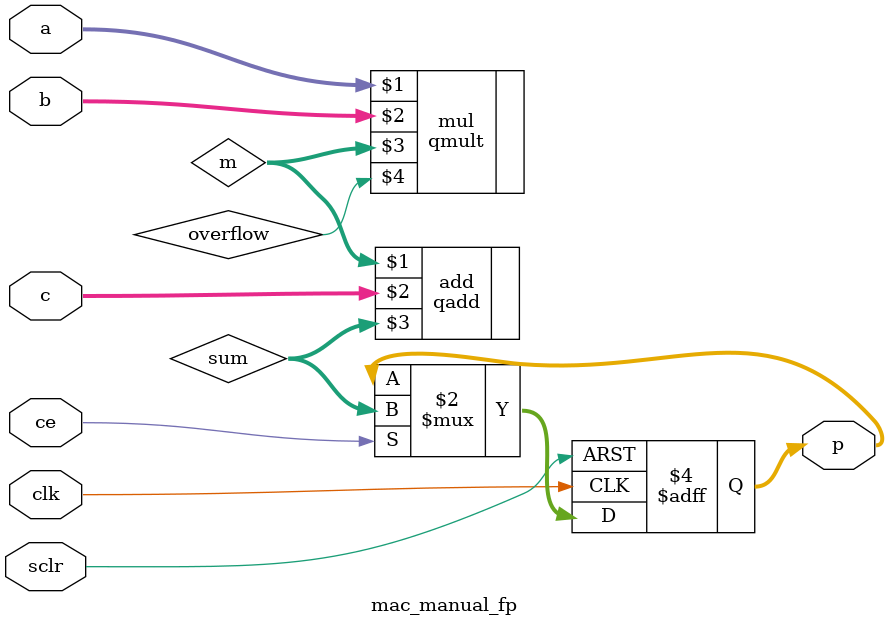
<source format=v>
module mac_manual_fp(
    input clk,sclr,ce,
    input [15:0] a,
    input [15:0] b,
    input [31:0] c,
    output reg [31:0] p
    );

    wire [31:0] sum;
    wire [31:0] m;
    wire overflow;

    qmult #(3,12) mul(a,b,m, overflow);            //The fixed-point multiplier module
    qadd  #(3,12) add(m,c,sum);          //The fixed-point adder module

    always@(posedge clk,posedge sclr)
    begin
        if(sclr)
        begin
            p<=0;
        end
        else if(ce)
        begin
            p <= sum;
            //p <= (a*b+c);               //The previous mac_manual operation for regular integers
        end
    end
endmodule

</source>
